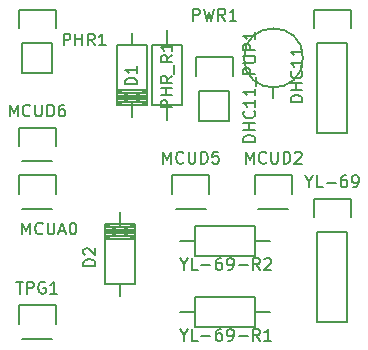
<source format=gto>
G04 #@! TF.FileFunction,Legend,Top*
%FSLAX46Y46*%
G04 Gerber Fmt 4.6, Leading zero omitted, Abs format (unit mm)*
G04 Created by KiCad (PCBNEW 4.0.1-3.201512221402+6198~38~ubuntu14.04.1-stable) date Sat 30 Apr 2016 09:50:25 AM EDT*
%MOMM*%
G01*
G04 APERTURE LIST*
%ADD10C,0.100000*%
%ADD11C,0.150000*%
G04 APERTURE END LIST*
D10*
D11*
X111997460Y-37380000D02*
X111997460Y-36364000D01*
X111997460Y-42206000D02*
X111997460Y-43476000D01*
X110727460Y-41952000D02*
X113267460Y-41952000D01*
X110727460Y-41698000D02*
X113267460Y-41698000D01*
X110727460Y-41444000D02*
X113267460Y-41444000D01*
X110727460Y-42206000D02*
X113267460Y-42206000D01*
X110727460Y-41190000D02*
X113267460Y-42460000D01*
X110727460Y-42460000D02*
X113267460Y-41190000D01*
X110727460Y-41190000D02*
X113267460Y-41190000D01*
X110727460Y-41825000D02*
X113267460Y-41825000D01*
X113267460Y-42460000D02*
X110727460Y-42460000D01*
X110727460Y-42460000D02*
X110727460Y-37380000D01*
X110727460Y-37380000D02*
X113267460Y-37380000D01*
X113267460Y-37380000D02*
X113267460Y-42460000D01*
X111002540Y-57620000D02*
X111002540Y-58636000D01*
X111002540Y-52794000D02*
X111002540Y-51524000D01*
X112272540Y-53048000D02*
X109732540Y-53048000D01*
X112272540Y-53302000D02*
X109732540Y-53302000D01*
X112272540Y-53556000D02*
X109732540Y-53556000D01*
X112272540Y-52794000D02*
X109732540Y-52794000D01*
X112272540Y-53810000D02*
X109732540Y-52540000D01*
X112272540Y-52540000D02*
X109732540Y-53810000D01*
X112272540Y-53810000D02*
X109732540Y-53810000D01*
X112272540Y-53175000D02*
X109732540Y-53175000D01*
X109732540Y-52540000D02*
X112272540Y-52540000D01*
X112272540Y-52540000D02*
X112272540Y-57620000D01*
X112272540Y-57620000D02*
X109732540Y-57620000D01*
X109732540Y-57620000D02*
X109732540Y-52540000D01*
X127730000Y-37270000D02*
X127730000Y-44890000D01*
X130270000Y-37270000D02*
X130270000Y-44890000D01*
X130550000Y-34450000D02*
X130550000Y-36000000D01*
X127730000Y-44890000D02*
X130270000Y-44890000D01*
X130270000Y-37270000D02*
X127730000Y-37270000D01*
X127450000Y-36000000D02*
X127450000Y-34450000D01*
X127450000Y-34450000D02*
X130550000Y-34450000D01*
X105550000Y-48450000D02*
X105550000Y-50000000D01*
X102450000Y-50000000D02*
X102450000Y-48450000D01*
X102450000Y-48450000D02*
X105550000Y-48450000D01*
X102730000Y-51270000D02*
X105270000Y-51270000D01*
X125550000Y-48450000D02*
X125550000Y-50000000D01*
X122450000Y-50000000D02*
X122450000Y-48450000D01*
X122450000Y-48450000D02*
X125550000Y-48450000D01*
X122730000Y-51270000D02*
X125270000Y-51270000D01*
X118550000Y-48450000D02*
X118550000Y-50000000D01*
X115450000Y-50000000D02*
X115450000Y-48450000D01*
X115450000Y-48450000D02*
X118550000Y-48450000D01*
X115730000Y-51270000D02*
X118270000Y-51270000D01*
X105550000Y-44450000D02*
X105550000Y-46000000D01*
X102450000Y-46000000D02*
X102450000Y-44450000D01*
X102450000Y-44450000D02*
X105550000Y-44450000D01*
X102730000Y-47270000D02*
X105270000Y-47270000D01*
X105270000Y-37270000D02*
X105270000Y-39810000D01*
X105550000Y-34450000D02*
X105550000Y-36000000D01*
X105270000Y-37270000D02*
X102730000Y-37270000D01*
X102450000Y-36000000D02*
X102450000Y-34450000D01*
X102450000Y-34450000D02*
X105550000Y-34450000D01*
X102730000Y-37270000D02*
X102730000Y-39810000D01*
X102730000Y-39810000D02*
X105270000Y-39810000D01*
X113730000Y-42460000D02*
X113730000Y-37380000D01*
X113730000Y-37380000D02*
X116270000Y-37380000D01*
X116270000Y-37380000D02*
X116270000Y-42460000D01*
X116270000Y-42460000D02*
X113730000Y-42460000D01*
X115000000Y-42460000D02*
X115000000Y-43730000D01*
X115000000Y-37380000D02*
X115000000Y-36110000D01*
X120270000Y-41270000D02*
X120270000Y-43810000D01*
X120550000Y-38450000D02*
X120550000Y-40000000D01*
X120270000Y-41270000D02*
X117730000Y-41270000D01*
X117450000Y-40000000D02*
X117450000Y-38450000D01*
X117450000Y-38450000D02*
X120550000Y-38450000D01*
X117730000Y-41270000D02*
X117730000Y-43810000D01*
X117730000Y-43810000D02*
X120270000Y-43810000D01*
X127730000Y-53270000D02*
X127730000Y-60890000D01*
X130270000Y-53270000D02*
X130270000Y-60890000D01*
X130550000Y-50450000D02*
X130550000Y-52000000D01*
X127730000Y-60890000D02*
X130270000Y-60890000D01*
X130270000Y-53270000D02*
X127730000Y-53270000D01*
X127450000Y-52000000D02*
X127450000Y-50450000D01*
X127450000Y-50450000D02*
X130550000Y-50450000D01*
X122460000Y-61270000D02*
X117380000Y-61270000D01*
X117380000Y-61270000D02*
X117380000Y-58730000D01*
X117380000Y-58730000D02*
X122460000Y-58730000D01*
X122460000Y-58730000D02*
X122460000Y-61270000D01*
X122460000Y-60000000D02*
X123730000Y-60000000D01*
X117380000Y-60000000D02*
X116110000Y-60000000D01*
X122460000Y-55270000D02*
X117380000Y-55270000D01*
X117380000Y-55270000D02*
X117380000Y-52730000D01*
X117380000Y-52730000D02*
X122460000Y-52730000D01*
X122460000Y-52730000D02*
X122460000Y-55270000D01*
X122460000Y-54000000D02*
X123730000Y-54000000D01*
X117380000Y-54000000D02*
X116110000Y-54000000D01*
X124000000Y-40900940D02*
X124000000Y-41901700D01*
X126499360Y-38500640D02*
G75*
G03X126499360Y-38500640I-2499360J0D01*
G01*
X105550000Y-59450000D02*
X105550000Y-61000000D01*
X102450000Y-61000000D02*
X102450000Y-59450000D01*
X102450000Y-59450000D02*
X105550000Y-59450000D01*
X102730000Y-62270000D02*
X105270000Y-62270000D01*
X112452381Y-40738095D02*
X111452381Y-40738095D01*
X111452381Y-40500000D01*
X111500000Y-40357142D01*
X111595238Y-40261904D01*
X111690476Y-40214285D01*
X111880952Y-40166666D01*
X112023810Y-40166666D01*
X112214286Y-40214285D01*
X112309524Y-40261904D01*
X112404762Y-40357142D01*
X112452381Y-40500000D01*
X112452381Y-40738095D01*
X112452381Y-39214285D02*
X112452381Y-39785714D01*
X112452381Y-39500000D02*
X111452381Y-39500000D01*
X111595238Y-39595238D01*
X111690476Y-39690476D01*
X111738095Y-39785714D01*
X108914921Y-56125435D02*
X107914921Y-56125435D01*
X107914921Y-55887340D01*
X107962540Y-55744482D01*
X108057778Y-55649244D01*
X108153016Y-55601625D01*
X108343492Y-55554006D01*
X108486350Y-55554006D01*
X108676826Y-55601625D01*
X108772064Y-55649244D01*
X108867302Y-55744482D01*
X108914921Y-55887340D01*
X108914921Y-56125435D01*
X108010159Y-55173054D02*
X107962540Y-55125435D01*
X107914921Y-55030197D01*
X107914921Y-54792101D01*
X107962540Y-54696863D01*
X108010159Y-54649244D01*
X108105397Y-54601625D01*
X108200635Y-54601625D01*
X108343492Y-54649244D01*
X108914921Y-55220673D01*
X108914921Y-54601625D01*
X126452381Y-42238095D02*
X125452381Y-42238095D01*
X125452381Y-42000000D01*
X125500000Y-41857142D01*
X125595238Y-41761904D01*
X125690476Y-41714285D01*
X125880952Y-41666666D01*
X126023810Y-41666666D01*
X126214286Y-41714285D01*
X126309524Y-41761904D01*
X126404762Y-41857142D01*
X126452381Y-42000000D01*
X126452381Y-42238095D01*
X126452381Y-41238095D02*
X125452381Y-41238095D01*
X125928571Y-41238095D02*
X125928571Y-40666666D01*
X126452381Y-40666666D02*
X125452381Y-40666666D01*
X126357143Y-39619047D02*
X126404762Y-39666666D01*
X126452381Y-39809523D01*
X126452381Y-39904761D01*
X126404762Y-40047619D01*
X126309524Y-40142857D01*
X126214286Y-40190476D01*
X126023810Y-40238095D01*
X125880952Y-40238095D01*
X125690476Y-40190476D01*
X125595238Y-40142857D01*
X125500000Y-40047619D01*
X125452381Y-39904761D01*
X125452381Y-39809523D01*
X125500000Y-39666666D01*
X125547619Y-39619047D01*
X126452381Y-38666666D02*
X126452381Y-39238095D01*
X126452381Y-38952381D02*
X125452381Y-38952381D01*
X125595238Y-39047619D01*
X125690476Y-39142857D01*
X125738095Y-39238095D01*
X126452381Y-37714285D02*
X126452381Y-38285714D01*
X126452381Y-38000000D02*
X125452381Y-38000000D01*
X125595238Y-38095238D01*
X125690476Y-38190476D01*
X125738095Y-38285714D01*
X102738095Y-53452381D02*
X102738095Y-52452381D01*
X103071429Y-53166667D01*
X103404762Y-52452381D01*
X103404762Y-53452381D01*
X104452381Y-53357143D02*
X104404762Y-53404762D01*
X104261905Y-53452381D01*
X104166667Y-53452381D01*
X104023809Y-53404762D01*
X103928571Y-53309524D01*
X103880952Y-53214286D01*
X103833333Y-53023810D01*
X103833333Y-52880952D01*
X103880952Y-52690476D01*
X103928571Y-52595238D01*
X104023809Y-52500000D01*
X104166667Y-52452381D01*
X104261905Y-52452381D01*
X104404762Y-52500000D01*
X104452381Y-52547619D01*
X104880952Y-52452381D02*
X104880952Y-53261905D01*
X104928571Y-53357143D01*
X104976190Y-53404762D01*
X105071428Y-53452381D01*
X105261905Y-53452381D01*
X105357143Y-53404762D01*
X105404762Y-53357143D01*
X105452381Y-53261905D01*
X105452381Y-52452381D01*
X105880952Y-53166667D02*
X106357143Y-53166667D01*
X105785714Y-53452381D02*
X106119047Y-52452381D01*
X106452381Y-53452381D01*
X106976190Y-52452381D02*
X107071429Y-52452381D01*
X107166667Y-52500000D01*
X107214286Y-52547619D01*
X107261905Y-52642857D01*
X107309524Y-52833333D01*
X107309524Y-53071429D01*
X107261905Y-53261905D01*
X107214286Y-53357143D01*
X107166667Y-53404762D01*
X107071429Y-53452381D01*
X106976190Y-53452381D01*
X106880952Y-53404762D01*
X106833333Y-53357143D01*
X106785714Y-53261905D01*
X106738095Y-53071429D01*
X106738095Y-52833333D01*
X106785714Y-52642857D01*
X106833333Y-52547619D01*
X106880952Y-52500000D01*
X106976190Y-52452381D01*
X121666667Y-47452381D02*
X121666667Y-46452381D01*
X122000001Y-47166667D01*
X122333334Y-46452381D01*
X122333334Y-47452381D01*
X123380953Y-47357143D02*
X123333334Y-47404762D01*
X123190477Y-47452381D01*
X123095239Y-47452381D01*
X122952381Y-47404762D01*
X122857143Y-47309524D01*
X122809524Y-47214286D01*
X122761905Y-47023810D01*
X122761905Y-46880952D01*
X122809524Y-46690476D01*
X122857143Y-46595238D01*
X122952381Y-46500000D01*
X123095239Y-46452381D01*
X123190477Y-46452381D01*
X123333334Y-46500000D01*
X123380953Y-46547619D01*
X123809524Y-46452381D02*
X123809524Y-47261905D01*
X123857143Y-47357143D01*
X123904762Y-47404762D01*
X124000000Y-47452381D01*
X124190477Y-47452381D01*
X124285715Y-47404762D01*
X124333334Y-47357143D01*
X124380953Y-47261905D01*
X124380953Y-46452381D01*
X124857143Y-47452381D02*
X124857143Y-46452381D01*
X125095238Y-46452381D01*
X125238096Y-46500000D01*
X125333334Y-46595238D01*
X125380953Y-46690476D01*
X125428572Y-46880952D01*
X125428572Y-47023810D01*
X125380953Y-47214286D01*
X125333334Y-47309524D01*
X125238096Y-47404762D01*
X125095238Y-47452381D01*
X124857143Y-47452381D01*
X125809524Y-46547619D02*
X125857143Y-46500000D01*
X125952381Y-46452381D01*
X126190477Y-46452381D01*
X126285715Y-46500000D01*
X126333334Y-46547619D01*
X126380953Y-46642857D01*
X126380953Y-46738095D01*
X126333334Y-46880952D01*
X125761905Y-47452381D01*
X126380953Y-47452381D01*
X114666667Y-47452381D02*
X114666667Y-46452381D01*
X115000001Y-47166667D01*
X115333334Y-46452381D01*
X115333334Y-47452381D01*
X116380953Y-47357143D02*
X116333334Y-47404762D01*
X116190477Y-47452381D01*
X116095239Y-47452381D01*
X115952381Y-47404762D01*
X115857143Y-47309524D01*
X115809524Y-47214286D01*
X115761905Y-47023810D01*
X115761905Y-46880952D01*
X115809524Y-46690476D01*
X115857143Y-46595238D01*
X115952381Y-46500000D01*
X116095239Y-46452381D01*
X116190477Y-46452381D01*
X116333334Y-46500000D01*
X116380953Y-46547619D01*
X116809524Y-46452381D02*
X116809524Y-47261905D01*
X116857143Y-47357143D01*
X116904762Y-47404762D01*
X117000000Y-47452381D01*
X117190477Y-47452381D01*
X117285715Y-47404762D01*
X117333334Y-47357143D01*
X117380953Y-47261905D01*
X117380953Y-46452381D01*
X117857143Y-47452381D02*
X117857143Y-46452381D01*
X118095238Y-46452381D01*
X118238096Y-46500000D01*
X118333334Y-46595238D01*
X118380953Y-46690476D01*
X118428572Y-46880952D01*
X118428572Y-47023810D01*
X118380953Y-47214286D01*
X118333334Y-47309524D01*
X118238096Y-47404762D01*
X118095238Y-47452381D01*
X117857143Y-47452381D01*
X119333334Y-46452381D02*
X118857143Y-46452381D01*
X118809524Y-46928571D01*
X118857143Y-46880952D01*
X118952381Y-46833333D01*
X119190477Y-46833333D01*
X119285715Y-46880952D01*
X119333334Y-46928571D01*
X119380953Y-47023810D01*
X119380953Y-47261905D01*
X119333334Y-47357143D01*
X119285715Y-47404762D01*
X119190477Y-47452381D01*
X118952381Y-47452381D01*
X118857143Y-47404762D01*
X118809524Y-47357143D01*
X101666667Y-43452381D02*
X101666667Y-42452381D01*
X102000001Y-43166667D01*
X102333334Y-42452381D01*
X102333334Y-43452381D01*
X103380953Y-43357143D02*
X103333334Y-43404762D01*
X103190477Y-43452381D01*
X103095239Y-43452381D01*
X102952381Y-43404762D01*
X102857143Y-43309524D01*
X102809524Y-43214286D01*
X102761905Y-43023810D01*
X102761905Y-42880952D01*
X102809524Y-42690476D01*
X102857143Y-42595238D01*
X102952381Y-42500000D01*
X103095239Y-42452381D01*
X103190477Y-42452381D01*
X103333334Y-42500000D01*
X103380953Y-42547619D01*
X103809524Y-42452381D02*
X103809524Y-43261905D01*
X103857143Y-43357143D01*
X103904762Y-43404762D01*
X104000000Y-43452381D01*
X104190477Y-43452381D01*
X104285715Y-43404762D01*
X104333334Y-43357143D01*
X104380953Y-43261905D01*
X104380953Y-42452381D01*
X104857143Y-43452381D02*
X104857143Y-42452381D01*
X105095238Y-42452381D01*
X105238096Y-42500000D01*
X105333334Y-42595238D01*
X105380953Y-42690476D01*
X105428572Y-42880952D01*
X105428572Y-43023810D01*
X105380953Y-43214286D01*
X105333334Y-43309524D01*
X105238096Y-43404762D01*
X105095238Y-43452381D01*
X104857143Y-43452381D01*
X106285715Y-42452381D02*
X106095238Y-42452381D01*
X106000000Y-42500000D01*
X105952381Y-42547619D01*
X105857143Y-42690476D01*
X105809524Y-42880952D01*
X105809524Y-43261905D01*
X105857143Y-43357143D01*
X105904762Y-43404762D01*
X106000000Y-43452381D01*
X106190477Y-43452381D01*
X106285715Y-43404762D01*
X106333334Y-43357143D01*
X106380953Y-43261905D01*
X106380953Y-43023810D01*
X106333334Y-42928571D01*
X106285715Y-42880952D01*
X106190477Y-42833333D01*
X106000000Y-42833333D01*
X105904762Y-42880952D01*
X105857143Y-42928571D01*
X105809524Y-43023810D01*
X106238095Y-37452381D02*
X106238095Y-36452381D01*
X106619048Y-36452381D01*
X106714286Y-36500000D01*
X106761905Y-36547619D01*
X106809524Y-36642857D01*
X106809524Y-36785714D01*
X106761905Y-36880952D01*
X106714286Y-36928571D01*
X106619048Y-36976190D01*
X106238095Y-36976190D01*
X107238095Y-37452381D02*
X107238095Y-36452381D01*
X107238095Y-36928571D02*
X107809524Y-36928571D01*
X107809524Y-37452381D02*
X107809524Y-36452381D01*
X108857143Y-37452381D02*
X108523809Y-36976190D01*
X108285714Y-37452381D02*
X108285714Y-36452381D01*
X108666667Y-36452381D01*
X108761905Y-36500000D01*
X108809524Y-36547619D01*
X108857143Y-36642857D01*
X108857143Y-36785714D01*
X108809524Y-36880952D01*
X108761905Y-36928571D01*
X108666667Y-36976190D01*
X108285714Y-36976190D01*
X109809524Y-37452381D02*
X109238095Y-37452381D01*
X109523809Y-37452381D02*
X109523809Y-36452381D01*
X109428571Y-36595238D01*
X109333333Y-36690476D01*
X109238095Y-36738095D01*
X115452381Y-42642857D02*
X114452381Y-42642857D01*
X114452381Y-42261904D01*
X114500000Y-42166666D01*
X114547619Y-42119047D01*
X114642857Y-42071428D01*
X114785714Y-42071428D01*
X114880952Y-42119047D01*
X114928571Y-42166666D01*
X114976190Y-42261904D01*
X114976190Y-42642857D01*
X115452381Y-41642857D02*
X114452381Y-41642857D01*
X114928571Y-41642857D02*
X114928571Y-41071428D01*
X115452381Y-41071428D02*
X114452381Y-41071428D01*
X115452381Y-40023809D02*
X114976190Y-40357143D01*
X115452381Y-40595238D02*
X114452381Y-40595238D01*
X114452381Y-40214285D01*
X114500000Y-40119047D01*
X114547619Y-40071428D01*
X114642857Y-40023809D01*
X114785714Y-40023809D01*
X114880952Y-40071428D01*
X114928571Y-40119047D01*
X114976190Y-40214285D01*
X114976190Y-40595238D01*
X115547619Y-39833333D02*
X115547619Y-39071428D01*
X115452381Y-38261904D02*
X114976190Y-38595238D01*
X115452381Y-38833333D02*
X114452381Y-38833333D01*
X114452381Y-38452380D01*
X114500000Y-38357142D01*
X114547619Y-38309523D01*
X114642857Y-38261904D01*
X114785714Y-38261904D01*
X114880952Y-38309523D01*
X114928571Y-38357142D01*
X114976190Y-38452380D01*
X114976190Y-38833333D01*
X115452381Y-37309523D02*
X115452381Y-37880952D01*
X115452381Y-37595238D02*
X114452381Y-37595238D01*
X114595238Y-37690476D01*
X114690476Y-37785714D01*
X114738095Y-37880952D01*
X117190476Y-35352381D02*
X117190476Y-34352381D01*
X117571429Y-34352381D01*
X117666667Y-34400000D01*
X117714286Y-34447619D01*
X117761905Y-34542857D01*
X117761905Y-34685714D01*
X117714286Y-34780952D01*
X117666667Y-34828571D01*
X117571429Y-34876190D01*
X117190476Y-34876190D01*
X118095238Y-34352381D02*
X118333333Y-35352381D01*
X118523810Y-34638095D01*
X118714286Y-35352381D01*
X118952381Y-34352381D01*
X119904762Y-35352381D02*
X119571428Y-34876190D01*
X119333333Y-35352381D02*
X119333333Y-34352381D01*
X119714286Y-34352381D01*
X119809524Y-34400000D01*
X119857143Y-34447619D01*
X119904762Y-34542857D01*
X119904762Y-34685714D01*
X119857143Y-34780952D01*
X119809524Y-34828571D01*
X119714286Y-34876190D01*
X119333333Y-34876190D01*
X120857143Y-35352381D02*
X120285714Y-35352381D01*
X120571428Y-35352381D02*
X120571428Y-34352381D01*
X120476190Y-34495238D01*
X120380952Y-34590476D01*
X120285714Y-34638095D01*
X127023809Y-48976190D02*
X127023809Y-49452381D01*
X126690476Y-48452381D02*
X127023809Y-48976190D01*
X127357143Y-48452381D01*
X128166667Y-49452381D02*
X127690476Y-49452381D01*
X127690476Y-48452381D01*
X128500000Y-49071429D02*
X129261905Y-49071429D01*
X130166667Y-48452381D02*
X129976190Y-48452381D01*
X129880952Y-48500000D01*
X129833333Y-48547619D01*
X129738095Y-48690476D01*
X129690476Y-48880952D01*
X129690476Y-49261905D01*
X129738095Y-49357143D01*
X129785714Y-49404762D01*
X129880952Y-49452381D01*
X130071429Y-49452381D01*
X130166667Y-49404762D01*
X130214286Y-49357143D01*
X130261905Y-49261905D01*
X130261905Y-49023810D01*
X130214286Y-48928571D01*
X130166667Y-48880952D01*
X130071429Y-48833333D01*
X129880952Y-48833333D01*
X129785714Y-48880952D01*
X129738095Y-48928571D01*
X129690476Y-49023810D01*
X130738095Y-49452381D02*
X130928571Y-49452381D01*
X131023810Y-49404762D01*
X131071429Y-49357143D01*
X131166667Y-49214286D01*
X131214286Y-49023810D01*
X131214286Y-48642857D01*
X131166667Y-48547619D01*
X131119048Y-48500000D01*
X131023810Y-48452381D01*
X130833333Y-48452381D01*
X130738095Y-48500000D01*
X130690476Y-48547619D01*
X130642857Y-48642857D01*
X130642857Y-48880952D01*
X130690476Y-48976190D01*
X130738095Y-49023810D01*
X130833333Y-49071429D01*
X131023810Y-49071429D01*
X131119048Y-49023810D01*
X131166667Y-48976190D01*
X131214286Y-48880952D01*
X116428571Y-61976190D02*
X116428571Y-62452381D01*
X116095238Y-61452381D02*
X116428571Y-61976190D01*
X116761905Y-61452381D01*
X117571429Y-62452381D02*
X117095238Y-62452381D01*
X117095238Y-61452381D01*
X117904762Y-62071429D02*
X118666667Y-62071429D01*
X119571429Y-61452381D02*
X119380952Y-61452381D01*
X119285714Y-61500000D01*
X119238095Y-61547619D01*
X119142857Y-61690476D01*
X119095238Y-61880952D01*
X119095238Y-62261905D01*
X119142857Y-62357143D01*
X119190476Y-62404762D01*
X119285714Y-62452381D01*
X119476191Y-62452381D01*
X119571429Y-62404762D01*
X119619048Y-62357143D01*
X119666667Y-62261905D01*
X119666667Y-62023810D01*
X119619048Y-61928571D01*
X119571429Y-61880952D01*
X119476191Y-61833333D01*
X119285714Y-61833333D01*
X119190476Y-61880952D01*
X119142857Y-61928571D01*
X119095238Y-62023810D01*
X120142857Y-62452381D02*
X120333333Y-62452381D01*
X120428572Y-62404762D01*
X120476191Y-62357143D01*
X120571429Y-62214286D01*
X120619048Y-62023810D01*
X120619048Y-61642857D01*
X120571429Y-61547619D01*
X120523810Y-61500000D01*
X120428572Y-61452381D01*
X120238095Y-61452381D01*
X120142857Y-61500000D01*
X120095238Y-61547619D01*
X120047619Y-61642857D01*
X120047619Y-61880952D01*
X120095238Y-61976190D01*
X120142857Y-62023810D01*
X120238095Y-62071429D01*
X120428572Y-62071429D01*
X120523810Y-62023810D01*
X120571429Y-61976190D01*
X120619048Y-61880952D01*
X121047619Y-62071429D02*
X121809524Y-62071429D01*
X122857143Y-62452381D02*
X122523809Y-61976190D01*
X122285714Y-62452381D02*
X122285714Y-61452381D01*
X122666667Y-61452381D01*
X122761905Y-61500000D01*
X122809524Y-61547619D01*
X122857143Y-61642857D01*
X122857143Y-61785714D01*
X122809524Y-61880952D01*
X122761905Y-61928571D01*
X122666667Y-61976190D01*
X122285714Y-61976190D01*
X123809524Y-62452381D02*
X123238095Y-62452381D01*
X123523809Y-62452381D02*
X123523809Y-61452381D01*
X123428571Y-61595238D01*
X123333333Y-61690476D01*
X123238095Y-61738095D01*
X116428571Y-55976190D02*
X116428571Y-56452381D01*
X116095238Y-55452381D02*
X116428571Y-55976190D01*
X116761905Y-55452381D01*
X117571429Y-56452381D02*
X117095238Y-56452381D01*
X117095238Y-55452381D01*
X117904762Y-56071429D02*
X118666667Y-56071429D01*
X119571429Y-55452381D02*
X119380952Y-55452381D01*
X119285714Y-55500000D01*
X119238095Y-55547619D01*
X119142857Y-55690476D01*
X119095238Y-55880952D01*
X119095238Y-56261905D01*
X119142857Y-56357143D01*
X119190476Y-56404762D01*
X119285714Y-56452381D01*
X119476191Y-56452381D01*
X119571429Y-56404762D01*
X119619048Y-56357143D01*
X119666667Y-56261905D01*
X119666667Y-56023810D01*
X119619048Y-55928571D01*
X119571429Y-55880952D01*
X119476191Y-55833333D01*
X119285714Y-55833333D01*
X119190476Y-55880952D01*
X119142857Y-55928571D01*
X119095238Y-56023810D01*
X120142857Y-56452381D02*
X120333333Y-56452381D01*
X120428572Y-56404762D01*
X120476191Y-56357143D01*
X120571429Y-56214286D01*
X120619048Y-56023810D01*
X120619048Y-55642857D01*
X120571429Y-55547619D01*
X120523810Y-55500000D01*
X120428572Y-55452381D01*
X120238095Y-55452381D01*
X120142857Y-55500000D01*
X120095238Y-55547619D01*
X120047619Y-55642857D01*
X120047619Y-55880952D01*
X120095238Y-55976190D01*
X120142857Y-56023810D01*
X120238095Y-56071429D01*
X120428572Y-56071429D01*
X120523810Y-56023810D01*
X120571429Y-55976190D01*
X120619048Y-55880952D01*
X121047619Y-56071429D02*
X121809524Y-56071429D01*
X122857143Y-56452381D02*
X122523809Y-55976190D01*
X122285714Y-56452381D02*
X122285714Y-55452381D01*
X122666667Y-55452381D01*
X122761905Y-55500000D01*
X122809524Y-55547619D01*
X122857143Y-55642857D01*
X122857143Y-55785714D01*
X122809524Y-55880952D01*
X122761905Y-55928571D01*
X122666667Y-55976190D01*
X122285714Y-55976190D01*
X123238095Y-55547619D02*
X123285714Y-55500000D01*
X123380952Y-55452381D01*
X123619048Y-55452381D01*
X123714286Y-55500000D01*
X123761905Y-55547619D01*
X123809524Y-55642857D01*
X123809524Y-55738095D01*
X123761905Y-55880952D01*
X123190476Y-56452381D01*
X123809524Y-56452381D01*
X122452381Y-45619048D02*
X121452381Y-45619048D01*
X121452381Y-45380953D01*
X121500000Y-45238095D01*
X121595238Y-45142857D01*
X121690476Y-45095238D01*
X121880952Y-45047619D01*
X122023810Y-45047619D01*
X122214286Y-45095238D01*
X122309524Y-45142857D01*
X122404762Y-45238095D01*
X122452381Y-45380953D01*
X122452381Y-45619048D01*
X122452381Y-44619048D02*
X121452381Y-44619048D01*
X121928571Y-44619048D02*
X121928571Y-44047619D01*
X122452381Y-44047619D02*
X121452381Y-44047619D01*
X122357143Y-43000000D02*
X122404762Y-43047619D01*
X122452381Y-43190476D01*
X122452381Y-43285714D01*
X122404762Y-43428572D01*
X122309524Y-43523810D01*
X122214286Y-43571429D01*
X122023810Y-43619048D01*
X121880952Y-43619048D01*
X121690476Y-43571429D01*
X121595238Y-43523810D01*
X121500000Y-43428572D01*
X121452381Y-43285714D01*
X121452381Y-43190476D01*
X121500000Y-43047619D01*
X121547619Y-43000000D01*
X122452381Y-42047619D02*
X122452381Y-42619048D01*
X122452381Y-42333334D02*
X121452381Y-42333334D01*
X121595238Y-42428572D01*
X121690476Y-42523810D01*
X121738095Y-42619048D01*
X122452381Y-41095238D02*
X122452381Y-41666667D01*
X122452381Y-41380953D02*
X121452381Y-41380953D01*
X121595238Y-41476191D01*
X121690476Y-41571429D01*
X121738095Y-41666667D01*
X122547619Y-40904762D02*
X122547619Y-40142857D01*
X122452381Y-39904762D02*
X121452381Y-39904762D01*
X121452381Y-39523809D01*
X121500000Y-39428571D01*
X121547619Y-39380952D01*
X121642857Y-39333333D01*
X121785714Y-39333333D01*
X121880952Y-39380952D01*
X121928571Y-39428571D01*
X121976190Y-39523809D01*
X121976190Y-39904762D01*
X121452381Y-38904762D02*
X122261905Y-38904762D01*
X122357143Y-38857143D01*
X122404762Y-38809524D01*
X122452381Y-38714286D01*
X122452381Y-38523809D01*
X122404762Y-38428571D01*
X122357143Y-38380952D01*
X122261905Y-38333333D01*
X121452381Y-38333333D01*
X122452381Y-37857143D02*
X121452381Y-37857143D01*
X121452381Y-37476190D01*
X121500000Y-37380952D01*
X121547619Y-37333333D01*
X121642857Y-37285714D01*
X121785714Y-37285714D01*
X121880952Y-37333333D01*
X121928571Y-37380952D01*
X121976190Y-37476190D01*
X121976190Y-37857143D01*
X122452381Y-36333333D02*
X122452381Y-36904762D01*
X122452381Y-36619048D02*
X121452381Y-36619048D01*
X121595238Y-36714286D01*
X121690476Y-36809524D01*
X121738095Y-36904762D01*
X102238095Y-57452381D02*
X102809524Y-57452381D01*
X102523809Y-58452381D02*
X102523809Y-57452381D01*
X103142857Y-58452381D02*
X103142857Y-57452381D01*
X103523810Y-57452381D01*
X103619048Y-57500000D01*
X103666667Y-57547619D01*
X103714286Y-57642857D01*
X103714286Y-57785714D01*
X103666667Y-57880952D01*
X103619048Y-57928571D01*
X103523810Y-57976190D01*
X103142857Y-57976190D01*
X104666667Y-57500000D02*
X104571429Y-57452381D01*
X104428572Y-57452381D01*
X104285714Y-57500000D01*
X104190476Y-57595238D01*
X104142857Y-57690476D01*
X104095238Y-57880952D01*
X104095238Y-58023810D01*
X104142857Y-58214286D01*
X104190476Y-58309524D01*
X104285714Y-58404762D01*
X104428572Y-58452381D01*
X104523810Y-58452381D01*
X104666667Y-58404762D01*
X104714286Y-58357143D01*
X104714286Y-58023810D01*
X104523810Y-58023810D01*
X105666667Y-58452381D02*
X105095238Y-58452381D01*
X105380952Y-58452381D02*
X105380952Y-57452381D01*
X105285714Y-57595238D01*
X105190476Y-57690476D01*
X105095238Y-57738095D01*
M02*

</source>
